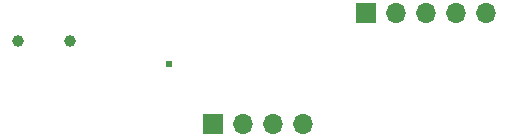
<source format=gbr>
%TF.GenerationSoftware,KiCad,Pcbnew,(6.0.1)*%
%TF.CreationDate,2022-04-19T02:49:18-05:00*%
%TF.ProjectId,pcb_w_STM32F030C8T6,7063625f-775f-4535-944d-333246303330,rev?*%
%TF.SameCoordinates,Original*%
%TF.FileFunction,Soldermask,Bot*%
%TF.FilePolarity,Negative*%
%FSLAX46Y46*%
G04 Gerber Fmt 4.6, Leading zero omitted, Abs format (unit mm)*
G04 Created by KiCad (PCBNEW (6.0.1)) date 2022-04-19 02:49:18*
%MOMM*%
%LPD*%
G01*
G04 APERTURE LIST*
%ADD10R,0.500000X0.500000*%
%ADD11R,1.700000X1.700000*%
%ADD12O,1.700000X1.700000*%
%ADD13C,1.000000*%
G04 APERTURE END LIST*
D10*
%TO.C,U2*%
X61500000Y-74900000D03*
%TD*%
D11*
%TO.C,J2*%
X78125000Y-70600000D03*
D12*
X80665000Y-70600000D03*
X83205000Y-70600000D03*
X85745000Y-70600000D03*
X88285000Y-70600000D03*
%TD*%
D13*
%TO.C,J3*%
X48700000Y-73000000D03*
X53100000Y-73000000D03*
%TD*%
D11*
%TO.C,J1*%
X65200000Y-79975000D03*
D12*
X67740000Y-79975000D03*
X70280000Y-79975000D03*
X72820000Y-79975000D03*
%TD*%
M02*

</source>
